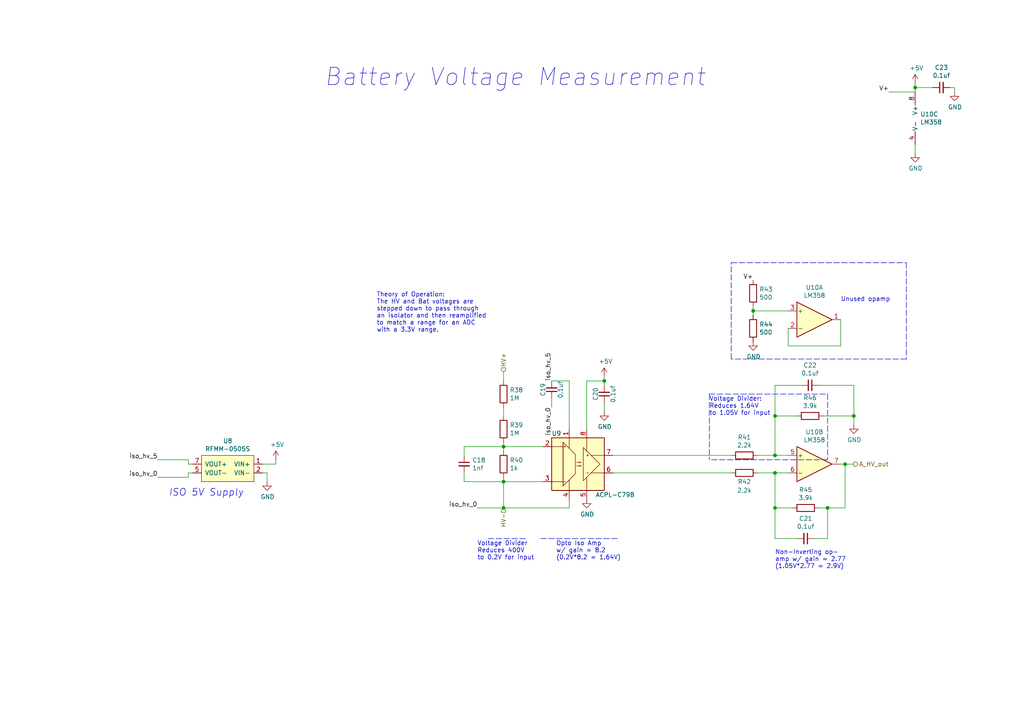
<source format=kicad_sch>
(kicad_sch (version 20211123) (generator eeschema)

  (uuid 3aec5e23-e675-4bcf-9a9e-48cb59d51927)

  (paper "A4")

  (lib_symbols
    (symbol "Amplifier_Operational:LM358" (pin_names (offset 0.127)) (in_bom yes) (on_board yes)
      (property "Reference" "U" (id 0) (at 0 5.08 0)
        (effects (font (size 1.27 1.27)) (justify left))
      )
      (property "Value" "LM358" (id 1) (at 0 -5.08 0)
        (effects (font (size 1.27 1.27)) (justify left))
      )
      (property "Footprint" "" (id 2) (at 0 0 0)
        (effects (font (size 1.27 1.27)) hide)
      )
      (property "Datasheet" "http://www.ti.com/lit/ds/symlink/lm2904-n.pdf" (id 3) (at 0 0 0)
        (effects (font (size 1.27 1.27)) hide)
      )
      (property "ki_locked" "" (id 4) (at 0 0 0)
        (effects (font (size 1.27 1.27)))
      )
      (property "ki_keywords" "dual opamp" (id 5) (at 0 0 0)
        (effects (font (size 1.27 1.27)) hide)
      )
      (property "ki_description" "Low-Power, Dual Operational Amplifiers, DIP-8/SOIC-8/TO-99-8" (id 6) (at 0 0 0)
        (effects (font (size 1.27 1.27)) hide)
      )
      (property "ki_fp_filters" "SOIC*3.9x4.9mm*P1.27mm* DIP*W7.62mm* TO*99* OnSemi*Micro8* TSSOP*3x3mm*P0.65mm* TSSOP*4.4x3mm*P0.65mm* MSOP*3x3mm*P0.65mm* SSOP*3.9x4.9mm*P0.635mm* LFCSP*2x2mm*P0.5mm* *SIP* SOIC*5.3x6.2mm*P1.27mm*" (id 7) (at 0 0 0)
        (effects (font (size 1.27 1.27)) hide)
      )
      (symbol "LM358_1_1"
        (polyline
          (pts
            (xy -5.08 5.08)
            (xy 5.08 0)
            (xy -5.08 -5.08)
            (xy -5.08 5.08)
          )
          (stroke (width 0.254) (type default) (color 0 0 0 0))
          (fill (type background))
        )
        (pin output line (at 7.62 0 180) (length 2.54)
          (name "~" (effects (font (size 1.27 1.27))))
          (number "1" (effects (font (size 1.27 1.27))))
        )
        (pin input line (at -7.62 -2.54 0) (length 2.54)
          (name "-" (effects (font (size 1.27 1.27))))
          (number "2" (effects (font (size 1.27 1.27))))
        )
        (pin input line (at -7.62 2.54 0) (length 2.54)
          (name "+" (effects (font (size 1.27 1.27))))
          (number "3" (effects (font (size 1.27 1.27))))
        )
      )
      (symbol "LM358_2_1"
        (polyline
          (pts
            (xy -5.08 5.08)
            (xy 5.08 0)
            (xy -5.08 -5.08)
            (xy -5.08 5.08)
          )
          (stroke (width 0.254) (type default) (color 0 0 0 0))
          (fill (type background))
        )
        (pin input line (at -7.62 2.54 0) (length 2.54)
          (name "+" (effects (font (size 1.27 1.27))))
          (number "5" (effects (font (size 1.27 1.27))))
        )
        (pin input line (at -7.62 -2.54 0) (length 2.54)
          (name "-" (effects (font (size 1.27 1.27))))
          (number "6" (effects (font (size 1.27 1.27))))
        )
        (pin output line (at 7.62 0 180) (length 2.54)
          (name "~" (effects (font (size 1.27 1.27))))
          (number "7" (effects (font (size 1.27 1.27))))
        )
      )
      (symbol "LM358_3_1"
        (pin power_in line (at -2.54 -7.62 90) (length 3.81)
          (name "V-" (effects (font (size 1.27 1.27))))
          (number "4" (effects (font (size 1.27 1.27))))
        )
        (pin power_in line (at -2.54 7.62 270) (length 3.81)
          (name "V+" (effects (font (size 1.27 1.27))))
          (number "8" (effects (font (size 1.27 1.27))))
        )
      )
    )
    (symbol "Device:C_Small" (pin_numbers hide) (pin_names (offset 0.254) hide) (in_bom yes) (on_board yes)
      (property "Reference" "C" (id 0) (at 0.254 1.778 0)
        (effects (font (size 1.27 1.27)) (justify left))
      )
      (property "Value" "C_Small" (id 1) (at 0.254 -2.032 0)
        (effects (font (size 1.27 1.27)) (justify left))
      )
      (property "Footprint" "" (id 2) (at 0 0 0)
        (effects (font (size 1.27 1.27)) hide)
      )
      (property "Datasheet" "~" (id 3) (at 0 0 0)
        (effects (font (size 1.27 1.27)) hide)
      )
      (property "ki_keywords" "capacitor cap" (id 4) (at 0 0 0)
        (effects (font (size 1.27 1.27)) hide)
      )
      (property "ki_description" "Unpolarized capacitor, small symbol" (id 5) (at 0 0 0)
        (effects (font (size 1.27 1.27)) hide)
      )
      (property "ki_fp_filters" "C_*" (id 6) (at 0 0 0)
        (effects (font (size 1.27 1.27)) hide)
      )
      (symbol "C_Small_0_1"
        (polyline
          (pts
            (xy -1.524 -0.508)
            (xy 1.524 -0.508)
          )
          (stroke (width 0.3302) (type default) (color 0 0 0 0))
          (fill (type none))
        )
        (polyline
          (pts
            (xy -1.524 0.508)
            (xy 1.524 0.508)
          )
          (stroke (width 0.3048) (type default) (color 0 0 0 0))
          (fill (type none))
        )
      )
      (symbol "C_Small_1_1"
        (pin passive line (at 0 2.54 270) (length 2.032)
          (name "~" (effects (font (size 1.27 1.27))))
          (number "1" (effects (font (size 1.27 1.27))))
        )
        (pin passive line (at 0 -2.54 90) (length 2.032)
          (name "~" (effects (font (size 1.27 1.27))))
          (number "2" (effects (font (size 1.27 1.27))))
        )
      )
    )
    (symbol "Device:R" (pin_numbers hide) (pin_names (offset 0)) (in_bom yes) (on_board yes)
      (property "Reference" "R" (id 0) (at 2.032 0 90)
        (effects (font (size 1.27 1.27)))
      )
      (property "Value" "R" (id 1) (at 0 0 90)
        (effects (font (size 1.27 1.27)))
      )
      (property "Footprint" "" (id 2) (at -1.778 0 90)
        (effects (font (size 1.27 1.27)) hide)
      )
      (property "Datasheet" "~" (id 3) (at 0 0 0)
        (effects (font (size 1.27 1.27)) hide)
      )
      (property "ki_keywords" "R res resistor" (id 4) (at 0 0 0)
        (effects (font (size 1.27 1.27)) hide)
      )
      (property "ki_description" "Resistor" (id 5) (at 0 0 0)
        (effects (font (size 1.27 1.27)) hide)
      )
      (property "ki_fp_filters" "R_*" (id 6) (at 0 0 0)
        (effects (font (size 1.27 1.27)) hide)
      )
      (symbol "R_0_1"
        (rectangle (start -1.016 -2.54) (end 1.016 2.54)
          (stroke (width 0.254) (type default) (color 0 0 0 0))
          (fill (type none))
        )
      )
      (symbol "R_1_1"
        (pin passive line (at 0 3.81 270) (length 1.27)
          (name "~" (effects (font (size 1.27 1.27))))
          (number "1" (effects (font (size 1.27 1.27))))
        )
        (pin passive line (at 0 -3.81 90) (length 1.27)
          (name "~" (effects (font (size 1.27 1.27))))
          (number "2" (effects (font (size 1.27 1.27))))
        )
      )
    )
    (symbol "Isolator_Analog:ACPL-C79B" (pin_names (offset 0) hide) (in_bom yes) (on_board yes)
      (property "Reference" "U" (id 0) (at -5.08 10.795 0)
        (effects (font (size 1.27 1.27)) (justify right))
      )
      (property "Value" "ACPL-C79B" (id 1) (at -5.08 8.89 0)
        (effects (font (size 1.27 1.27)) (justify right))
      )
      (property "Footprint" "Package_SO:SSO-8_6.8x5.9mm_P1.27mm_Clearance8mm" (id 2) (at 3.81 -8.89 0)
        (effects (font (size 1.27 1.27) italic) (justify left) hide)
      )
      (property "Datasheet" "http://docs.avagotech.com/docs/AV02-2460EN" (id 3) (at 1.143 0.127 0)
        (effects (font (size 1.27 1.27)) (justify left) hide)
      )
      (property "ki_keywords" "Isolation Amplifer" (id 4) (at 0 0 0)
        (effects (font (size 1.27 1.27)) hide)
      )
      (property "ki_description" "Precision Isolation Amplifer, ±0.5% Gain Tolerance, Bandwidth 200kHz, SSO-8" (id 5) (at 0 0 0)
        (effects (font (size 1.27 1.27)) hide)
      )
      (property "ki_fp_filters" "SSO*6.8x5.9mm*P1.27mm*Clearance8mm*" (id 6) (at 0 0 0)
        (effects (font (size 1.27 1.27)) hide)
      )
      (symbol "ACPL-C79B_0_1"
        (rectangle (start -7.62 7.62) (end 7.62 -7.62)
          (stroke (width 0.254) (type default) (color 0 0 0 0))
          (fill (type background))
        )
        (polyline
          (pts
            (xy -7.62 -5.08)
            (xy -4.318 -5.08)
          )
          (stroke (width 0) (type default) (color 0 0 0 0))
          (fill (type none))
        )
        (polyline
          (pts
            (xy -7.62 5.08)
            (xy -4.318 5.08)
          )
          (stroke (width 0) (type default) (color 0 0 0 0))
          (fill (type none))
        )
        (polyline
          (pts
            (xy -4.318 6.35)
            (xy -4.318 -6.35)
          )
          (stroke (width 0) (type default) (color 0 0 0 0))
          (fill (type none))
        )
        (polyline
          (pts
            (xy -4.064 -5.08)
            (xy -3.556 -5.08)
          )
          (stroke (width 0) (type default) (color 0 0 0 0))
          (fill (type none))
        )
        (polyline
          (pts
            (xy -4.064 5.08)
            (xy -3.556 5.08)
          )
          (stroke (width 0) (type default) (color 0 0 0 0))
          (fill (type none))
        )
        (polyline
          (pts
            (xy -3.81 5.334)
            (xy -3.81 4.826)
          )
          (stroke (width 0) (type default) (color 0 0 0 0))
          (fill (type none))
        )
        (polyline
          (pts
            (xy -2.54 -7.62)
            (xy -2.54 -4.572)
          )
          (stroke (width 0) (type default) (color 0 0 0 0))
          (fill (type none))
        )
        (polyline
          (pts
            (xy -2.54 7.62)
            (xy -2.54 4.572)
          )
          (stroke (width 0) (type default) (color 0 0 0 0))
          (fill (type none))
        )
        (polyline
          (pts
            (xy 2.54 -7.62)
            (xy 2.54 -3.81)
          )
          (stroke (width 0) (type default) (color 0 0 0 0))
          (fill (type none))
        )
        (polyline
          (pts
            (xy 2.54 7.62)
            (xy 2.54 3.81)
          )
          (stroke (width 0) (type default) (color 0 0 0 0))
          (fill (type none))
        )
        (polyline
          (pts
            (xy 2.794 2.794)
            (xy 2.794 2.286)
          )
          (stroke (width 0) (type default) (color 0 0 0 0))
          (fill (type none))
        )
        (polyline
          (pts
            (xy 3.048 -2.54)
            (xy 2.54 -2.54)
          )
          (stroke (width 0) (type default) (color 0 0 0 0))
          (fill (type none))
        )
        (polyline
          (pts
            (xy 3.048 2.54)
            (xy 2.54 2.54)
          )
          (stroke (width 0) (type default) (color 0 0 0 0))
          (fill (type none))
        )
        (polyline
          (pts
            (xy 7.62 -2.54)
            (xy 3.81 -2.54)
          )
          (stroke (width 0) (type default) (color 0 0 0 0))
          (fill (type none))
        )
        (polyline
          (pts
            (xy 7.62 2.54)
            (xy 3.81 2.54)
          )
          (stroke (width 0) (type default) (color 0 0 0 0))
          (fill (type none))
        )
        (polyline
          (pts
            (xy 6.35 0)
            (xy 1.524 -4.826)
            (xy 1.524 4.826)
            (xy 6.35 0)
          )
          (stroke (width 0) (type default) (color 0 0 0 0))
          (fill (type none))
        )
        (polyline
          (pts
            (xy -4.318 -6.35)
            (xy -0.762 -2.794)
            (xy -0.762 2.794)
            (xy -4.318 6.35)
            (xy -4.318 -6.35)
          )
          (stroke (width 0) (type default) (color 0 0 0 0))
          (fill (type none))
        )
        (polyline
          (pts
            (xy -0.381 -0.508)
            (xy 0.889 -0.508)
            (xy 0.508 -0.635)
            (xy 0.508 -0.381)
            (xy 0.889 -0.508)
          )
          (stroke (width 0) (type default) (color 0 0 0 0))
          (fill (type none))
        )
        (polyline
          (pts
            (xy -0.381 0.508)
            (xy 0.889 0.508)
            (xy 0.508 0.381)
            (xy 0.508 0.635)
            (xy 0.889 0.508)
          )
          (stroke (width 0) (type default) (color 0 0 0 0))
          (fill (type none))
        )
      )
      (symbol "ACPL-C79B_1_1"
        (pin power_in line (at -2.54 10.16 270) (length 2.54)
          (name "VDD1" (effects (font (size 1.27 1.27))))
          (number "1" (effects (font (size 1.27 1.27))))
        )
        (pin input line (at -10.16 5.08 0) (length 2.54)
          (name "IN+" (effects (font (size 1.27 1.27))))
          (number "2" (effects (font (size 1.27 1.27))))
        )
        (pin input line (at -10.16 -5.08 0) (length 2.54)
          (name "IN-" (effects (font (size 1.27 1.27))))
          (number "3" (effects (font (size 1.27 1.27))))
        )
        (pin power_in line (at -2.54 -10.16 90) (length 2.54)
          (name "GND1" (effects (font (size 1.27 1.27))))
          (number "4" (effects (font (size 1.27 1.27))))
        )
        (pin power_in line (at 2.54 -10.16 90) (length 2.54)
          (name "GND2" (effects (font (size 1.27 1.27))))
          (number "5" (effects (font (size 1.27 1.27))))
        )
        (pin output line (at 10.16 -2.54 180) (length 2.54)
          (name "OUT-" (effects (font (size 1.27 1.27))))
          (number "6" (effects (font (size 1.27 1.27))))
        )
        (pin output line (at 10.16 2.54 180) (length 2.54)
          (name "OUT+" (effects (font (size 1.27 1.27))))
          (number "7" (effects (font (size 1.27 1.27))))
        )
        (pin power_in line (at 2.54 10.16 270) (length 2.54)
          (name "VDD2" (effects (font (size 1.27 1.27))))
          (number "8" (effects (font (size 1.27 1.27))))
        )
      )
    )
    (symbol "LHRE_Component_Library:RFMM-0505S" (pin_names (offset 1.016)) (in_bom yes) (on_board yes)
      (property "Reference" "U" (id 0) (at 0 5.08 0)
        (effects (font (size 1.27 1.27)))
      )
      (property "Value" "LHRE_Component_Library_RFMM-0505S" (id 1) (at 0 2.54 0)
        (effects (font (size 1.27 1.27)))
      )
      (property "Footprint" "" (id 2) (at -1.27 0 0)
        (effects (font (size 1.27 1.27)) hide)
      )
      (property "Datasheet" "" (id 3) (at -1.27 0 0)
        (effects (font (size 1.27 1.27)) hide)
      )
      (property "Manufacturer" "RECOM" (id 4) (at 0 0 0)
        (effects (font (size 1.27 1.27)) hide)
      )
      (property "Part Number" "RFMM-0505S" (id 5) (at 0 0 0)
        (effects (font (size 1.27 1.27)) hide)
      )
      (property "Description" "Isolated DC/DC Converters 1W 5Vin 5Vout 200mA SIP7" (id 6) (at 0 0 0)
        (effects (font (size 1.27 1.27)) hide)
      )
      (property "Package" "SIP7" (id 7) (at 0 0 0)
        (effects (font (size 1.27 1.27)) hide)
      )
      (symbol "RFMM-0505S_0_1"
        (rectangle (start -7.62 1.27) (end 7.62 -6.35)
          (stroke (width 0) (type default) (color 0 0 0 0))
          (fill (type background))
        )
      )
      (symbol "RFMM-0505S_1_1"
        (pin passive line (at -10.16 -1.27 0) (length 2.54)
          (name "VIN+" (effects (font (size 1.27 1.27))))
          (number "1" (effects (font (size 1.27 1.27))))
        )
        (pin passive line (at -10.16 -3.81 0) (length 2.54)
          (name "VIN-" (effects (font (size 1.27 1.27))))
          (number "2" (effects (font (size 1.27 1.27))))
        )
        (pin passive line (at 10.16 -3.81 180) (length 2.54)
          (name "VOUT-" (effects (font (size 1.27 1.27))))
          (number "5" (effects (font (size 1.27 1.27))))
        )
        (pin passive line (at 10.16 -1.27 180) (length 2.54)
          (name "VOUT+" (effects (font (size 1.27 1.27))))
          (number "7" (effects (font (size 1.27 1.27))))
        )
      )
    )
    (symbol "power:+5V" (power) (pin_names (offset 0)) (in_bom yes) (on_board yes)
      (property "Reference" "#PWR" (id 0) (at 0 -3.81 0)
        (effects (font (size 1.27 1.27)) hide)
      )
      (property "Value" "+5V" (id 1) (at 0 3.556 0)
        (effects (font (size 1.27 1.27)))
      )
      (property "Footprint" "" (id 2) (at 0 0 0)
        (effects (font (size 1.27 1.27)) hide)
      )
      (property "Datasheet" "" (id 3) (at 0 0 0)
        (effects (font (size 1.27 1.27)) hide)
      )
      (property "ki_keywords" "power-flag" (id 4) (at 0 0 0)
        (effects (font (size 1.27 1.27)) hide)
      )
      (property "ki_description" "Power symbol creates a global label with name \"+5V\"" (id 5) (at 0 0 0)
        (effects (font (size 1.27 1.27)) hide)
      )
      (symbol "+5V_0_1"
        (polyline
          (pts
            (xy -0.762 1.27)
            (xy 0 2.54)
          )
          (stroke (width 0) (type default) (color 0 0 0 0))
          (fill (type none))
        )
        (polyline
          (pts
            (xy 0 0)
            (xy 0 2.54)
          )
          (stroke (width 0) (type default) (color 0 0 0 0))
          (fill (type none))
        )
        (polyline
          (pts
            (xy 0 2.54)
            (xy 0.762 1.27)
          )
          (stroke (width 0) (type default) (color 0 0 0 0))
          (fill (type none))
        )
      )
      (symbol "+5V_1_1"
        (pin power_in line (at 0 0 90) (length 0) hide
          (name "+5V" (effects (font (size 1.27 1.27))))
          (number "1" (effects (font (size 1.27 1.27))))
        )
      )
    )
    (symbol "power:GND" (power) (pin_names (offset 0)) (in_bom yes) (on_board yes)
      (property "Reference" "#PWR" (id 0) (at 0 -6.35 0)
        (effects (font (size 1.27 1.27)) hide)
      )
      (property "Value" "GND" (id 1) (at 0 -3.81 0)
        (effects (font (size 1.27 1.27)))
      )
      (property "Footprint" "" (id 2) (at 0 0 0)
        (effects (font (size 1.27 1.27)) hide)
      )
      (property "Datasheet" "" (id 3) (at 0 0 0)
        (effects (font (size 1.27 1.27)) hide)
      )
      (property "ki_keywords" "power-flag" (id 4) (at 0 0 0)
        (effects (font (size 1.27 1.27)) hide)
      )
      (property "ki_description" "Power symbol creates a global label with name \"GND\" , ground" (id 5) (at 0 0 0)
        (effects (font (size 1.27 1.27)) hide)
      )
      (symbol "GND_0_1"
        (polyline
          (pts
            (xy 0 0)
            (xy 0 -1.27)
            (xy 1.27 -1.27)
            (xy 0 -2.54)
            (xy -1.27 -1.27)
            (xy 0 -1.27)
          )
          (stroke (width 0) (type default) (color 0 0 0 0))
          (fill (type none))
        )
      )
      (symbol "GND_1_1"
        (pin power_in line (at 0 0 270) (length 0) hide
          (name "GND" (effects (font (size 1.27 1.27))))
          (number "1" (effects (font (size 1.27 1.27))))
        )
      )
    )
  )

  (junction (at 146.05 129.54) (diameter 0) (color 0 0 0 0)
    (uuid 01c54577-6862-4ca7-bb55-524c2e995aee)
  )
  (junction (at 146.05 139.7) (diameter 0) (color 0 0 0 0)
    (uuid 77cfe682-cc36-4979-823b-05ea5f187ba7)
  )
  (junction (at 146.05 147.32) (diameter 0) (color 0 0 0 0)
    (uuid 874dbaf8-adf6-4f01-81a0-e037bac53346)
  )
  (junction (at 224.79 132.08) (diameter 0) (color 0 0 0 0)
    (uuid 9efb25aa-d11e-4d2f-96a9-326a2f75dcc1)
  )
  (junction (at 224.79 120.65) (diameter 0) (color 0 0 0 0)
    (uuid a1b97586-5ccb-4d4b-808f-ce5452376c86)
  )
  (junction (at 247.65 120.65) (diameter 0) (color 0 0 0 0)
    (uuid a6187c22-3622-4a1a-a49a-b21e96986f96)
  )
  (junction (at 218.44 90.17) (diameter 0) (color 0 0 0 0)
    (uuid b70f4be0-be81-40f1-b237-a16be3740211)
  )
  (junction (at 224.79 147.32) (diameter 0) (color 0 0 0 0)
    (uuid dea30d29-44e9-47fc-bccc-6928d5c29cea)
  )
  (junction (at 224.79 137.16) (diameter 0) (color 0 0 0 0)
    (uuid e234e19f-cd33-4584-947b-bf9feaf6cddd)
  )
  (junction (at 240.03 147.32) (diameter 0) (color 0 0 0 0)
    (uuid e6b8e749-dce0-4716-821f-058d77eed5ce)
  )
  (junction (at 245.11 134.62) (diameter 0) (color 0 0 0 0)
    (uuid eca8c1f1-6751-4304-8a65-b05952048507)
  )
  (junction (at 265.43 25.4) (diameter 0) (color 0 0 0 0)
    (uuid f8fd3b2c-9550-4b51-be47-a8d9567c972f)
  )
  (junction (at 175.26 110.49) (diameter 0) (color 0 0 0 0)
    (uuid fe578162-0e40-4028-9277-b80f8071e7b8)
  )

  (wire (pts (xy 224.79 156.21) (xy 231.14 156.21))
    (stroke (width 0) (type default) (color 0 0 0 0))
    (uuid 08bb8c58-1868-4a96-8aaa-36d9e141ec38)
  )
  (polyline (pts (xy 205.74 114.3) (xy 205.74 133.35))
    (stroke (width 0) (type default) (color 0 0 0 0))
    (uuid 08fa8ff6-09a7-484c-b1d9-0e3b7c49bb26)
  )

  (wire (pts (xy 243.84 100.33) (xy 228.6 100.33))
    (stroke (width 0) (type default) (color 0 0 0 0))
    (uuid 10e5ae6d-e43e-4ff8-abc5-fd9df16782da)
  )
  (wire (pts (xy 80.01 133.35) (xy 80.01 134.62))
    (stroke (width 0) (type default) (color 0 0 0 0))
    (uuid 2a756062-4e0c-4114-bc6d-4d6635f2d703)
  )
  (wire (pts (xy 146.05 138.43) (xy 146.05 139.7))
    (stroke (width 0) (type default) (color 0 0 0 0))
    (uuid 2af1d271-3c6a-476d-8eba-6b2aab466da3)
  )
  (wire (pts (xy 265.43 25.4) (xy 265.43 26.67))
    (stroke (width 0) (type default) (color 0 0 0 0))
    (uuid 2fe436e0-75bf-42a2-b14a-09df5c2be702)
  )
  (polyline (pts (xy 240.03 114.3) (xy 240.03 133.35))
    (stroke (width 0) (type default) (color 0 0 0 0))
    (uuid 321eb03e-d5d7-4c98-9326-4c49d56670ae)
  )

  (wire (pts (xy 245.11 134.62) (xy 243.84 134.62))
    (stroke (width 0) (type default) (color 0 0 0 0))
    (uuid 35506831-8c22-45ab-9b57-69eb0f9ef003)
  )
  (wire (pts (xy 245.11 134.62) (xy 245.11 147.32))
    (stroke (width 0) (type default) (color 0 0 0 0))
    (uuid 373b5b59-9fbb-41a2-845d-56a1ed5a82dd)
  )
  (polyline (pts (xy 152.4 156.21) (xy 140.97 156.21))
    (stroke (width 0) (type default) (color 0 0 0 0))
    (uuid 39125f99-6caa-4e69-9ae5-ca3bd6e3a49c)
  )

  (wire (pts (xy 160.02 115.57) (xy 160.02 118.11))
    (stroke (width 0) (type default) (color 0 0 0 0))
    (uuid 414a1d4c-7afc-4ffa-8579-88675cedc4ce)
  )
  (wire (pts (xy 224.79 111.76) (xy 232.41 111.76))
    (stroke (width 0) (type default) (color 0 0 0 0))
    (uuid 47a2dd37-ad02-4281-9a66-8ff7ab400570)
  )
  (wire (pts (xy 54.61 137.16) (xy 55.88 137.16))
    (stroke (width 0) (type default) (color 0 0 0 0))
    (uuid 4be2d863-39fc-49fd-99c7-77790b42f677)
  )
  (wire (pts (xy 245.11 147.32) (xy 240.03 147.32))
    (stroke (width 0) (type default) (color 0 0 0 0))
    (uuid 4de018aa-33f9-4679-9406-fafd70ff0142)
  )
  (wire (pts (xy 247.65 111.76) (xy 247.65 120.65))
    (stroke (width 0) (type default) (color 0 0 0 0))
    (uuid 504cb9e4-5572-4208-bc9d-30a7efff8b9a)
  )
  (wire (pts (xy 138.43 147.32) (xy 146.05 147.32))
    (stroke (width 0) (type default) (color 0 0 0 0))
    (uuid 544c9ad7-a0b6-4f88-9dcd-908e3e2acf79)
  )
  (wire (pts (xy 228.6 100.33) (xy 228.6 95.25))
    (stroke (width 0) (type default) (color 0 0 0 0))
    (uuid 557d128f-cf69-4c70-9959-d139ac95c63c)
  )
  (wire (pts (xy 134.62 139.7) (xy 146.05 139.7))
    (stroke (width 0) (type default) (color 0 0 0 0))
    (uuid 56dc9d1a-d125-4218-be7e-afbadad9f13c)
  )
  (wire (pts (xy 224.79 120.65) (xy 231.14 120.65))
    (stroke (width 0) (type default) (color 0 0 0 0))
    (uuid 5a67196f-9472-4a8d-961f-eac8ec999d85)
  )
  (wire (pts (xy 175.26 110.49) (xy 175.26 111.76))
    (stroke (width 0) (type default) (color 0 0 0 0))
    (uuid 5d7cb436-106e-4464-b448-3b8bd128554c)
  )
  (wire (pts (xy 160.02 110.49) (xy 165.1 110.49))
    (stroke (width 0) (type default) (color 0 0 0 0))
    (uuid 5daf2c3c-7702-4a59-b99d-84464c054bc4)
  )
  (wire (pts (xy 55.88 134.62) (xy 54.61 134.62))
    (stroke (width 0) (type default) (color 0 0 0 0))
    (uuid 6024ea82-89e7-47fa-a1cd-0f37ee126f02)
  )
  (wire (pts (xy 175.26 119.38) (xy 175.26 116.84))
    (stroke (width 0) (type default) (color 0 0 0 0))
    (uuid 62ab9051-fded-466c-9df1-9b40d76dc590)
  )
  (wire (pts (xy 224.79 111.76) (xy 224.79 120.65))
    (stroke (width 0) (type default) (color 0 0 0 0))
    (uuid 63ace593-9960-4666-bb08-47e6f085cee8)
  )
  (polyline (pts (xy 179.07 156.21) (xy 156.21 156.21))
    (stroke (width 0) (type default) (color 0 0 0 0))
    (uuid 65e58d89-f213-4051-b36b-7b3454867ad5)
  )

  (wire (pts (xy 270.51 25.4) (xy 265.43 25.4))
    (stroke (width 0) (type default) (color 0 0 0 0))
    (uuid 69675058-6b96-42da-8df5-92aaf6930be8)
  )
  (wire (pts (xy 218.44 90.17) (xy 228.6 90.17))
    (stroke (width 0) (type default) (color 0 0 0 0))
    (uuid 6dc32d24-5ef0-4c0e-ad26-4d147b147b28)
  )
  (wire (pts (xy 45.72 133.35) (xy 54.61 133.35))
    (stroke (width 0) (type default) (color 0 0 0 0))
    (uuid 6e24aa9b-c7e6-40f2-905b-b9c541e0e2f6)
  )
  (polyline (pts (xy 205.74 114.3) (xy 240.03 114.3))
    (stroke (width 0) (type default) (color 0 0 0 0))
    (uuid 6f13bfbf-7f19-4b33-9de2-b8c15c8c88ee)
  )

  (wire (pts (xy 275.59 25.4) (xy 276.86 25.4))
    (stroke (width 0) (type default) (color 0 0 0 0))
    (uuid 7195a7f5-2a0f-4cae-8649-2cc5cbdffe2b)
  )
  (wire (pts (xy 219.71 137.16) (xy 224.79 137.16))
    (stroke (width 0) (type default) (color 0 0 0 0))
    (uuid 72e9c34a-4fbc-4581-8ad2-e93bc3c3ccb0)
  )
  (polyline (pts (xy 262.89 104.14) (xy 212.09 104.14))
    (stroke (width 0) (type default) (color 0 0 0 0))
    (uuid 740c9c9e-c377-4082-a7c2-2dfeb8296429)
  )

  (wire (pts (xy 76.2 134.62) (xy 80.01 134.62))
    (stroke (width 0) (type default) (color 0 0 0 0))
    (uuid 758f4e53-9507-488a-960b-2e8e487b7ac8)
  )
  (wire (pts (xy 236.22 156.21) (xy 240.03 156.21))
    (stroke (width 0) (type default) (color 0 0 0 0))
    (uuid 767e3782-90bf-4d7f-b1ef-719aa7013187)
  )
  (wire (pts (xy 224.79 147.32) (xy 229.87 147.32))
    (stroke (width 0) (type default) (color 0 0 0 0))
    (uuid 7a3fed5a-9b6f-45f0-9ad7-54e1bda0ea60)
  )
  (wire (pts (xy 77.47 137.16) (xy 77.47 139.7))
    (stroke (width 0) (type default) (color 0 0 0 0))
    (uuid 7c3fa13a-5250-4394-8d82-80430597df04)
  )
  (wire (pts (xy 224.79 137.16) (xy 228.6 137.16))
    (stroke (width 0) (type default) (color 0 0 0 0))
    (uuid 80b5b54b-a1cc-434c-8739-1e133d53601d)
  )
  (wire (pts (xy 45.72 138.43) (xy 54.61 138.43))
    (stroke (width 0) (type default) (color 0 0 0 0))
    (uuid 88f2670e-1113-4ed9-b644-cfdac6e8b249)
  )
  (wire (pts (xy 146.05 139.7) (xy 146.05 147.32))
    (stroke (width 0) (type default) (color 0 0 0 0))
    (uuid 88fb8817-4ee2-4465-a9af-37fedc8b835b)
  )
  (wire (pts (xy 218.44 88.9) (xy 218.44 90.17))
    (stroke (width 0) (type default) (color 0 0 0 0))
    (uuid 899a4caf-0563-4c2a-9bca-5aa28747ef75)
  )
  (wire (pts (xy 146.05 120.65) (xy 146.05 118.11))
    (stroke (width 0) (type default) (color 0 0 0 0))
    (uuid 8b9c1722-a1fd-4391-b4b4-854b2cc1549f)
  )
  (wire (pts (xy 175.26 110.49) (xy 170.18 110.49))
    (stroke (width 0) (type default) (color 0 0 0 0))
    (uuid 8d054a8d-7435-41ed-8832-6067aada259a)
  )
  (wire (pts (xy 134.62 132.08) (xy 134.62 129.54))
    (stroke (width 0) (type default) (color 0 0 0 0))
    (uuid 8e981540-9cda-414d-abbb-d34e005f000e)
  )
  (polyline (pts (xy 212.09 104.14) (xy 212.09 76.2))
    (stroke (width 0) (type default) (color 0 0 0 0))
    (uuid 90b3e3a5-04e0-491b-97bf-2e8a21e1833b)
  )

  (wire (pts (xy 238.76 120.65) (xy 247.65 120.65))
    (stroke (width 0) (type default) (color 0 0 0 0))
    (uuid 91637a62-ec43-463a-9edc-420af478d9cb)
  )
  (wire (pts (xy 276.86 25.4) (xy 276.86 26.67))
    (stroke (width 0) (type default) (color 0 0 0 0))
    (uuid 920101e0-4dde-4453-ba02-4211cb357ea2)
  )
  (wire (pts (xy 146.05 110.49) (xy 146.05 107.95))
    (stroke (width 0) (type default) (color 0 0 0 0))
    (uuid 9812a82a-67c8-4c7e-8eb9-2d5188d40486)
  )
  (polyline (pts (xy 240.03 133.35) (xy 205.74 133.35))
    (stroke (width 0) (type default) (color 0 0 0 0))
    (uuid 9959c68a-7d2a-4f14-b245-3548992673f3)
  )

  (wire (pts (xy 224.79 137.16) (xy 224.79 147.32))
    (stroke (width 0) (type default) (color 0 0 0 0))
    (uuid a1223b95-aa11-427a-b201-9190a86a68be)
  )
  (wire (pts (xy 265.43 41.91) (xy 265.43 44.45))
    (stroke (width 0) (type default) (color 0 0 0 0))
    (uuid a12c94a5-1fd0-4cb6-9bfe-f7529f451405)
  )
  (wire (pts (xy 265.43 25.4) (xy 265.43 24.13))
    (stroke (width 0) (type default) (color 0 0 0 0))
    (uuid a2306fdc-d8f4-42ce-83f7-03c3d3fe62be)
  )
  (wire (pts (xy 146.05 130.81) (xy 146.05 129.54))
    (stroke (width 0) (type default) (color 0 0 0 0))
    (uuid a5dfaf18-d33f-45c4-b76f-2a5051ec9118)
  )
  (wire (pts (xy 134.62 129.54) (xy 146.05 129.54))
    (stroke (width 0) (type default) (color 0 0 0 0))
    (uuid af66589f-0dae-4737-851f-f8cddd35005b)
  )
  (polyline (pts (xy 262.89 76.2) (xy 262.89 104.14))
    (stroke (width 0) (type default) (color 0 0 0 0))
    (uuid afc58bc7-e8b3-4ec7-b7ec-e155055196a5)
  )

  (wire (pts (xy 165.1 147.32) (xy 165.1 144.78))
    (stroke (width 0) (type default) (color 0 0 0 0))
    (uuid b2691466-e53b-4f43-806f-abeb762713f6)
  )
  (wire (pts (xy 218.44 90.17) (xy 218.44 91.44))
    (stroke (width 0) (type default) (color 0 0 0 0))
    (uuid b285d77c-3eef-4763-b6e4-d7759b529dfd)
  )
  (wire (pts (xy 146.05 139.7) (xy 157.48 139.7))
    (stroke (width 0) (type default) (color 0 0 0 0))
    (uuid b42a4498-7f71-4787-a0f1-b44423616ac9)
  )
  (wire (pts (xy 177.8 132.08) (xy 212.09 132.08))
    (stroke (width 0) (type default) (color 0 0 0 0))
    (uuid b4856fa9-d711-4b3f-8ccf-343375c62dce)
  )
  (wire (pts (xy 177.8 137.16) (xy 212.09 137.16))
    (stroke (width 0) (type default) (color 0 0 0 0))
    (uuid b8381d48-3c5b-401b-ac19-279d8173864c)
  )
  (wire (pts (xy 54.61 134.62) (xy 54.61 133.35))
    (stroke (width 0) (type default) (color 0 0 0 0))
    (uuid bca69a58-3f8f-4ac5-9ef0-70bfa6c247ee)
  )
  (wire (pts (xy 237.49 111.76) (xy 247.65 111.76))
    (stroke (width 0) (type default) (color 0 0 0 0))
    (uuid c1b603f4-7037-47e9-a9dc-a0bb6f7e58b1)
  )
  (wire (pts (xy 240.03 147.32) (xy 237.49 147.32))
    (stroke (width 0) (type default) (color 0 0 0 0))
    (uuid c34f5129-9516-486b-b322-ada2d7baa6ba)
  )
  (polyline (pts (xy 212.09 76.2) (xy 262.89 76.2))
    (stroke (width 0) (type default) (color 0 0 0 0))
    (uuid c9ab240f-b898-4113-9b58-995237cd751a)
  )

  (wire (pts (xy 170.18 110.49) (xy 170.18 124.46))
    (stroke (width 0) (type default) (color 0 0 0 0))
    (uuid ca9607c0-16b8-4085-880e-b87c3f210fd1)
  )
  (wire (pts (xy 224.79 132.08) (xy 228.6 132.08))
    (stroke (width 0) (type default) (color 0 0 0 0))
    (uuid d09d8e7f-f203-4b36-92ba-f9f29b6e7d13)
  )
  (wire (pts (xy 224.79 120.65) (xy 224.79 132.08))
    (stroke (width 0) (type default) (color 0 0 0 0))
    (uuid d5eb7c6e-b098-49b0-b366-c8b7c67afed0)
  )
  (wire (pts (xy 247.65 123.19) (xy 247.65 120.65))
    (stroke (width 0) (type default) (color 0 0 0 0))
    (uuid e1df8cea-32a4-457d-86df-d8e326022a52)
  )
  (wire (pts (xy 224.79 147.32) (xy 224.79 156.21))
    (stroke (width 0) (type default) (color 0 0 0 0))
    (uuid e250304b-2864-4f44-b1e8-173cc34a2ac6)
  )
  (wire (pts (xy 165.1 110.49) (xy 165.1 124.46))
    (stroke (width 0) (type default) (color 0 0 0 0))
    (uuid e47d9cf3-579e-4750-bc6d-bf58b55862bb)
  )
  (wire (pts (xy 134.62 137.16) (xy 134.62 139.7))
    (stroke (width 0) (type default) (color 0 0 0 0))
    (uuid e7f989f7-95da-4be3-9e33-743523ae1ee0)
  )
  (wire (pts (xy 243.84 92.71) (xy 243.84 100.33))
    (stroke (width 0) (type default) (color 0 0 0 0))
    (uuid e89e5b16-554a-4d97-8f95-fc89c9b40d74)
  )
  (wire (pts (xy 146.05 129.54) (xy 157.48 129.54))
    (stroke (width 0) (type default) (color 0 0 0 0))
    (uuid e9597133-3d67-41f8-aabc-5b61d8d3c3c1)
  )
  (wire (pts (xy 146.05 147.32) (xy 165.1 147.32))
    (stroke (width 0) (type default) (color 0 0 0 0))
    (uuid ea020aa6-c820-47b1-bdf7-82790dcca121)
  )
  (wire (pts (xy 219.71 132.08) (xy 224.79 132.08))
    (stroke (width 0) (type default) (color 0 0 0 0))
    (uuid f0e6fae4-0008-43ed-8719-bf62839f601f)
  )
  (wire (pts (xy 76.2 137.16) (xy 77.47 137.16))
    (stroke (width 0) (type default) (color 0 0 0 0))
    (uuid f368b66f-c8a4-4ccf-b925-3f03c13bf28f)
  )
  (wire (pts (xy 265.43 26.67) (xy 257.81 26.67))
    (stroke (width 0) (type default) (color 0 0 0 0))
    (uuid f45c8190-2f27-434c-8fbf-7d8a911faaab)
  )
  (wire (pts (xy 54.61 138.43) (xy 54.61 137.16))
    (stroke (width 0) (type default) (color 0 0 0 0))
    (uuid f4f6e269-d484-4c43-84cc-450e042e2e24)
  )
  (wire (pts (xy 146.05 128.27) (xy 146.05 129.54))
    (stroke (width 0) (type default) (color 0 0 0 0))
    (uuid f9570ec9-4338-4208-aee7-369a45a284f8)
  )
  (wire (pts (xy 245.11 134.62) (xy 247.65 134.62))
    (stroke (width 0) (type default) (color 0 0 0 0))
    (uuid fda94f0a-876e-4bf0-ad10-35819851e3e9)
  )
  (wire (pts (xy 240.03 147.32) (xy 240.03 156.21))
    (stroke (width 0) (type default) (color 0 0 0 0))
    (uuid fea6a04b-4bfd-450f-890a-ba5d162e31d9)
  )
  (wire (pts (xy 175.26 109.22) (xy 175.26 110.49))
    (stroke (width 0) (type default) (color 0 0 0 0))
    (uuid ff163833-80b9-4bc7-baa1-aa11870ad397)
  )

  (text "Non-Inverting op-\namp w/ gain = 2.77\n(1.05V*2.77 = 2.9V)"
    (at 224.79 165.1 0)
    (effects (font (size 1.27 1.27)) (justify left bottom))
    (uuid 12481f4a-71b0-43a4-a69b-bc048ed999f0)
  )
  (text "Opto Iso Amp\nw/ gain = 8.2\n(0.2V*8.2 = 1.64V)" (at 161.29 162.56 0)
    (effects (font (size 1.27 1.27)) (justify left bottom))
    (uuid 5c9202d7-6a93-43b3-87c0-77347fd72885)
  )
  (text "Theory of Operation:\nThe HV and Bat voltages are \nstepped down to pass through \nan isolator and then reamplified \nto match a range for an ADC \nwith a 3.3V range."
    (at 109.22 96.52 0)
    (effects (font (size 1.27 1.27)) (justify left bottom))
    (uuid 604495b3-3885-49af-8442-bcf3d7361dc4)
  )
  (text "Voltage Divider:\nReduces 1.64V\nto 1.05V for input" (at 205.74 120.65 0)
    (effects (font (size 1.27 1.27)) (justify left bottom))
    (uuid 628f0a9f-12ce-4a6a-8ea2-8c2cdfc4161e)
  )
  (text "ISO 5V Supply" (at 48.895 144.145 0)
    (effects (font (size 2.0066 2.0066) italic) (justify left bottom))
    (uuid 8162f841-188b-4932-8603-536d516e6ca1)
  )
  (text "Voltage Divider\nReduces 400V \nto 0.2V for input" (at 138.43 162.56 0)
    (effects (font (size 1.27 1.27)) (justify left bottom))
    (uuid 8aab4608-39e8-491a-83a8-7194f36094f1)
  )
  (text "Unused opamp\n" (at 243.84 87.63 0)
    (effects (font (size 1.27 1.27)) (justify left bottom))
    (uuid b2cac11a-5f3b-43d7-88e5-8d0241ac6453)
  )
  (text "Battery Voltage Measurement" (at 93.98 25.4 0)
    (effects (font (size 5.0038 5.0038) italic) (justify left bottom))
    (uuid fad358eb-4b7a-4138-896b-0d1749221b0d)
  )

  (label "iso_hv_5" (at 160.02 110.49 90)
    (effects (font (size 1.27 1.27)) (justify left bottom))
    (uuid 09741e1c-c412-4f50-b5b7-03d5820a1bad)
  )
  (label "V+" (at 218.44 81.28 180)
    (effects (font (size 1.27 1.27)) (justify right bottom))
    (uuid 60ca4740-3009-4486-93d6-c2502818122b)
  )
  (label "iso_hv_0" (at 160.02 118.11 270)
    (effects (font (size 1.27 1.27)) (justify right bottom))
    (uuid 8e6e5f4d-6567-459b-ac23-dfc1d101e708)
  )
  (label "iso_hv_0" (at 45.72 138.43 180)
    (effects (font (size 1.27 1.27)) (justify right bottom))
    (uuid a3d660d2-1195-4764-9c63-d090a7cbc79a)
  )
  (label "V+" (at 257.81 26.67 180)
    (effects (font (size 1.27 1.27)) (justify right bottom))
    (uuid b7496a40-6116-4192-b413-2a22be4b5f9f)
  )
  (label "iso_hv_5" (at 45.72 133.35 180)
    (effects (font (size 1.27 1.27)) (justify right bottom))
    (uuid e63748d3-3196-486f-8f95-bb4d9876653d)
  )
  (label "iso_hv_0" (at 138.43 147.32 180)
    (effects (font (size 1.27 1.27)) (justify right bottom))
    (uuid f753d3ee-689c-4dd5-a288-b018ad927185)
  )

  (hierarchical_label "HV-" (shape input) (at 146.05 147.32 270)
    (effects (font (size 1.27 1.27)) (justify right))
    (uuid 01422660-08c8-48f3-98ca-26cbe7f98f5b)
  )
  (hierarchical_label "A_HV_out" (shape output) (at 247.65 134.62 0)
    (effects (font (size 1.27 1.27)) (justify left))
    (uuid 58e02161-61cc-4d0f-bdc8-c497a25ae380)
  )
  (hierarchical_label "HV+" (shape input) (at 146.05 107.95 90)
    (effects (font (size 1.27 1.27)) (justify left))
    (uuid 9d541d6f-313d-4469-a000-68242c1dd6d6)
  )

  (symbol (lib_id "LHRE_Component_Library:RFMM-0505S") (at 66.04 133.35 0) (mirror y) (unit 1)
    (in_bom yes) (on_board yes)
    (uuid 00000000-0000-0000-0000-00006008dff1)
    (property "Reference" "U8" (id 0) (at 66.04 127.889 0))
    (property "Value" "RFMM-0505S" (id 1) (at 66.04 130.2004 0))
    (property "Footprint" "LHRE Footprint Library:RFMM-0505S" (id 2) (at 67.31 133.35 0)
      (effects (font (size 1.27 1.27)) hide)
    )
    (property "Datasheet" "https://www.mouser.com/datasheet/2/468/RFMM-1307888.pdf" (id 3) (at 67.31 133.35 0)
      (effects (font (size 1.27 1.27)) hide)
    )
    (property "Manufacturer" "RECOM" (id 4) (at 66.04 133.35 0)
      (effects (font (size 1.27 1.27)) hide)
    )
    (property "Part Number" "RFMM-0505S" (id 5) (at 66.04 133.35 0)
      (effects (font (size 1.27 1.27)) hide)
    )
    (property "Description" "Isolated DC/DC Converters 1W 5Vin 5Vout 200mA SIP7" (id 6) (at 66.04 133.35 0)
      (effects (font (size 1.27 1.27)) hide)
    )
    (property "Package" "SIP7" (id 7) (at 66.04 133.35 0)
      (effects (font (size 1.27 1.27)) hide)
    )
    (pin "1" (uuid eb7d66ae-30bc-407f-94fb-5cc85c53c232))
    (pin "2" (uuid 7a90faff-0bbf-4b89-b6d8-035bd979541e))
    (pin "5" (uuid 88bbbc51-81df-4e81-bf91-967c89fabcb3))
    (pin "7" (uuid 5b677cbf-c11e-4b53-ba12-956230a732d9))
  )

  (symbol (lib_id "power:+5V") (at 80.01 133.35 0) (unit 1)
    (in_bom yes) (on_board yes)
    (uuid 00000000-0000-0000-0000-00006008dff7)
    (property "Reference" "#PWR085" (id 0) (at 80.01 137.16 0)
      (effects (font (size 1.27 1.27)) hide)
    )
    (property "Value" "+5V" (id 1) (at 80.391 128.9558 0))
    (property "Footprint" "" (id 2) (at 80.01 133.35 0)
      (effects (font (size 1.27 1.27)) hide)
    )
    (property "Datasheet" "" (id 3) (at 80.01 133.35 0)
      (effects (font (size 1.27 1.27)) hide)
    )
    (pin "1" (uuid 4be37abe-4c9c-4074-a2dc-cb90d7c2cb4b))
  )

  (symbol (lib_id "power:GND") (at 77.47 139.7 0) (unit 1)
    (in_bom yes) (on_board yes)
    (uuid 00000000-0000-0000-0000-00006008dffd)
    (property "Reference" "#PWR084" (id 0) (at 77.47 146.05 0)
      (effects (font (size 1.27 1.27)) hide)
    )
    (property "Value" "GND" (id 1) (at 77.597 144.0942 0))
    (property "Footprint" "" (id 2) (at 77.47 139.7 0)
      (effects (font (size 1.27 1.27)) hide)
    )
    (property "Datasheet" "" (id 3) (at 77.47 139.7 0)
      (effects (font (size 1.27 1.27)) hide)
    )
    (pin "1" (uuid a7630e4d-e487-47cf-8d89-8df4fa8f816f))
  )

  (symbol (lib_id "Amplifier_Operational:LM358") (at 236.22 134.62 0) (unit 2)
    (in_bom yes) (on_board yes)
    (uuid 00000000-0000-0000-0000-000060095df6)
    (property "Reference" "U10" (id 0) (at 236.22 125.2982 0))
    (property "Value" "LM358" (id 1) (at 236.22 127.6096 0))
    (property "Footprint" "Package_SO:SOIC-8_3.9x4.9mm_P1.27mm" (id 2) (at 236.22 134.62 0)
      (effects (font (size 1.27 1.27)) hide)
    )
    (property "Datasheet" "http://www.ti.com/lit/ds/symlink/lm2904-n.pdf" (id 3) (at 236.22 134.62 0)
      (effects (font (size 1.27 1.27)) hide)
    )
    (pin "1" (uuid fc6027d7-5057-462b-8fba-e3ad85b4005c))
    (pin "2" (uuid d716258b-315c-4c62-8b29-157f5dbc81d6))
    (pin "3" (uuid 3320b612-2841-4a60-8fdb-1d8b3abe5fc6))
    (pin "5" (uuid f54e9d89-485b-441e-9e8c-ce348b5a1f99))
    (pin "6" (uuid 5346effe-7ebc-4d59-975f-c33d9901822e))
    (pin "7" (uuid 0a16d261-11c3-47ca-b856-a91b75ee7ff4))
    (pin "4" (uuid 52ce1a13-d9a0-4633-857f-98dc60a3159e))
    (pin "8" (uuid cb1ce9be-425a-4067-87e8-79db3e59a412))
  )

  (symbol (lib_id "Amplifier_Operational:LM358") (at 267.97 34.29 0) (unit 3)
    (in_bom yes) (on_board yes)
    (uuid 00000000-0000-0000-0000-000060097583)
    (property "Reference" "U10" (id 0) (at 266.9032 33.1216 0)
      (effects (font (size 1.27 1.27)) (justify left))
    )
    (property "Value" "LM358" (id 1) (at 266.9032 35.433 0)
      (effects (font (size 1.27 1.27)) (justify left))
    )
    (property "Footprint" "Package_SO:SOIC-8_3.9x4.9mm_P1.27mm" (id 2) (at 267.97 34.29 0)
      (effects (font (size 1.27 1.27)) hide)
    )
    (property "Datasheet" "http://www.ti.com/lit/ds/symlink/lm2904-n.pdf" (id 3) (at 267.97 34.29 0)
      (effects (font (size 1.27 1.27)) hide)
    )
    (pin "1" (uuid e1f0aca5-2394-46ae-9d0a-330d7dba3db1))
    (pin "2" (uuid c6f41929-5d16-4531-90af-3996cc2f9944))
    (pin "3" (uuid ffbdc0fe-0867-4a6b-afd7-748043362504))
    (pin "5" (uuid 3bce6d2a-4412-405a-9f9d-bcc50dd94251))
    (pin "6" (uuid 6545706e-a1cb-410a-8392-7801911d7b26))
    (pin "7" (uuid 9e381917-da6a-463d-9ace-8afd5cb5aef8))
    (pin "4" (uuid eb81c8b4-dc23-40ac-a010-b41bed5965b9))
    (pin "8" (uuid 7dccce0d-c5b1-43f9-961d-589dfe4ebbc2))
  )

  (symbol (lib_id "power:GND") (at 265.43 44.45 0) (unit 1)
    (in_bom yes) (on_board yes)
    (uuid 00000000-0000-0000-0000-00006009e5a2)
    (property "Reference" "#PWR092" (id 0) (at 265.43 50.8 0)
      (effects (font (size 1.27 1.27)) hide)
    )
    (property "Value" "GND" (id 1) (at 265.557 48.8442 0))
    (property "Footprint" "" (id 2) (at 265.43 44.45 0)
      (effects (font (size 1.27 1.27)) hide)
    )
    (property "Datasheet" "" (id 3) (at 265.43 44.45 0)
      (effects (font (size 1.27 1.27)) hide)
    )
    (pin "1" (uuid 45346e5b-30f3-4f2d-93bb-00c0cc954be9))
  )

  (symbol (lib_id "Device:C_Small") (at 273.05 25.4 90) (unit 1)
    (in_bom yes) (on_board yes)
    (uuid 00000000-0000-0000-0000-00006009eeee)
    (property "Reference" "C23" (id 0) (at 273.05 19.5834 90))
    (property "Value" "0.1uf" (id 1) (at 273.05 21.8948 90))
    (property "Footprint" "FixedTextSizes:C_0402_1005Metric_Pad0.74x0.62mm_HandSolder_Reasonable_Text_Size" (id 2) (at 273.05 25.4 0)
      (effects (font (size 1.27 1.27)) hide)
    )
    (property "Datasheet" "~" (id 3) (at 273.05 25.4 0)
      (effects (font (size 1.27 1.27)) hide)
    )
    (pin "1" (uuid 3fea17eb-e0de-4534-a129-e9c7b17e6319))
    (pin "2" (uuid f1398772-0a96-4261-bb34-554429a522ca))
  )

  (symbol (lib_id "power:GND") (at 276.86 26.67 0) (unit 1)
    (in_bom yes) (on_board yes)
    (uuid 00000000-0000-0000-0000-00006009fdf2)
    (property "Reference" "#PWR093" (id 0) (at 276.86 33.02 0)
      (effects (font (size 1.27 1.27)) hide)
    )
    (property "Value" "GND" (id 1) (at 276.987 31.0642 0))
    (property "Footprint" "" (id 2) (at 276.86 26.67 0)
      (effects (font (size 1.27 1.27)) hide)
    )
    (property "Datasheet" "" (id 3) (at 276.86 26.67 0)
      (effects (font (size 1.27 1.27)) hide)
    )
    (pin "1" (uuid 43d426b0-b92e-439b-908a-2a16efa58dea))
  )

  (symbol (lib_id "Isolator_Analog:ACPL-C79B") (at 167.64 134.62 0) (unit 1)
    (in_bom yes) (on_board yes)
    (uuid 00000000-0000-0000-0000-0000600df018)
    (property "Reference" "U9" (id 0) (at 160.02 125.73 0)
      (effects (font (size 1.27 1.27)) (justify left))
    )
    (property "Value" "ACPL-C79B" (id 1) (at 172.72 143.51 0)
      (effects (font (size 1.27 1.27)) (justify left))
    )
    (property "Footprint" "Package_SO:SSO-8_6.8x5.9mm_P1.27mm_Clearance8mm" (id 2) (at 171.45 143.51 0)
      (effects (font (size 1.27 1.27) italic) (justify left) hide)
    )
    (property "Datasheet" "https://docs.broadcom.com/doc/AV02-2460EN" (id 3) (at 168.783 134.493 0)
      (effects (font (size 1.27 1.27)) (justify left) hide)
    )
    (pin "1" (uuid ee5f8a6e-d610-4790-9dc6-a2dd4298d493))
    (pin "2" (uuid 9f71bb9e-a4c4-4bec-82c1-1409ece1e5dc))
    (pin "3" (uuid c10f4c37-66c5-4748-be1b-59d8ce339061))
    (pin "4" (uuid 2c7c8ad7-0976-4f0d-9207-942363ff3daf))
    (pin "5" (uuid 5a3a6eb2-1e26-4fc8-aa05-fa41bc2275e0))
    (pin "6" (uuid ec659f3c-f092-4d4e-839b-2b97d1d85000))
    (pin "7" (uuid 18b1a5ee-6fff-455b-a8ee-34b86dfdd919))
    (pin "8" (uuid 2e705053-d930-4d25-82ad-bb7ec305ab5b))
  )

  (symbol (lib_id "power:GND") (at 170.18 144.78 0) (unit 1)
    (in_bom yes) (on_board yes)
    (uuid 00000000-0000-0000-0000-0000600df024)
    (property "Reference" "#PWR086" (id 0) (at 170.18 151.13 0)
      (effects (font (size 1.27 1.27)) hide)
    )
    (property "Value" "GND" (id 1) (at 170.307 149.1742 0))
    (property "Footprint" "" (id 2) (at 170.18 144.78 0)
      (effects (font (size 1.27 1.27)) hide)
    )
    (property "Datasheet" "" (id 3) (at 170.18 144.78 0)
      (effects (font (size 1.27 1.27)) hide)
    )
    (pin "1" (uuid 7c37e502-22f5-4d37-87ca-5ef04dac6ae4))
  )

  (symbol (lib_id "power:GND") (at 175.26 119.38 0) (unit 1)
    (in_bom yes) (on_board yes)
    (uuid 00000000-0000-0000-0000-0000600df030)
    (property "Reference" "#PWR088" (id 0) (at 175.26 125.73 0)
      (effects (font (size 1.27 1.27)) hide)
    )
    (property "Value" "GND" (id 1) (at 175.387 123.7742 0))
    (property "Footprint" "" (id 2) (at 175.26 119.38 0)
      (effects (font (size 1.27 1.27)) hide)
    )
    (property "Datasheet" "" (id 3) (at 175.26 119.38 0)
      (effects (font (size 1.27 1.27)) hide)
    )
    (pin "1" (uuid 914a578e-831c-46e5-bd0a-2b214d4ef6fd))
  )

  (symbol (lib_id "Device:R") (at 146.05 134.62 0) (unit 1)
    (in_bom yes) (on_board yes)
    (uuid 00000000-0000-0000-0000-0000600df03d)
    (property "Reference" "R40" (id 0) (at 147.828 133.4516 0)
      (effects (font (size 1.27 1.27)) (justify left))
    )
    (property "Value" "1k" (id 1) (at 147.828 135.763 0)
      (effects (font (size 1.27 1.27)) (justify left))
    )
    (property "Footprint" "FixedTextSizes:R_0402_1005Metric" (id 2) (at 144.272 134.62 90)
      (effects (font (size 1.27 1.27)) hide)
    )
    (property "Datasheet" "~" (id 3) (at 146.05 134.62 0)
      (effects (font (size 1.27 1.27)) hide)
    )
    (pin "1" (uuid 9c825f52-2c02-4c4a-a772-bdef89b44aa9))
    (pin "2" (uuid 7ca99c26-c4d9-4013-b11e-2a1e10c65a66))
  )

  (symbol (lib_id "Device:R") (at 146.05 124.46 0) (unit 1)
    (in_bom yes) (on_board yes)
    (uuid 00000000-0000-0000-0000-0000600df043)
    (property "Reference" "R39" (id 0) (at 147.828 123.2916 0)
      (effects (font (size 1.27 1.27)) (justify left))
    )
    (property "Value" "1M" (id 1) (at 147.828 125.603 0)
      (effects (font (size 1.27 1.27)) (justify left))
    )
    (property "Footprint" "FixedTextSizes:R_0402_1005Metric" (id 2) (at 144.272 124.46 90)
      (effects (font (size 1.27 1.27)) hide)
    )
    (property "Datasheet" "~" (id 3) (at 146.05 124.46 0)
      (effects (font (size 1.27 1.27)) hide)
    )
    (pin "1" (uuid aec97fa2-d087-40d0-8b9c-8b2a97d09105))
    (pin "2" (uuid 2da06ad9-c7fa-49c5-a9f7-f7aff3722df3))
  )

  (symbol (lib_id "Device:R") (at 146.05 114.3 0) (unit 1)
    (in_bom yes) (on_board yes)
    (uuid 00000000-0000-0000-0000-0000600df049)
    (property "Reference" "R38" (id 0) (at 147.828 113.1316 0)
      (effects (font (size 1.27 1.27)) (justify left))
    )
    (property "Value" "1M" (id 1) (at 147.828 115.443 0)
      (effects (font (size 1.27 1.27)) (justify left))
    )
    (property "Footprint" "FixedTextSizes:R_0402_1005Metric" (id 2) (at 144.272 114.3 90)
      (effects (font (size 1.27 1.27)) hide)
    )
    (property "Datasheet" "~" (id 3) (at 146.05 114.3 0)
      (effects (font (size 1.27 1.27)) hide)
    )
    (pin "1" (uuid 6dd5fcde-e68f-4c2a-9f95-8a2379e1d777))
    (pin "2" (uuid ef0d123b-548f-4cad-8b9b-4b0188638208))
  )

  (symbol (lib_id "Device:R") (at 215.9 132.08 90) (unit 1)
    (in_bom yes) (on_board yes)
    (uuid 00000000-0000-0000-0000-00006017b21e)
    (property "Reference" "R41" (id 0) (at 215.9 126.8222 90))
    (property "Value" "2.2k" (id 1) (at 215.9 129.1336 90))
    (property "Footprint" "FixedTextSizes:R_0402_1005Metric" (id 2) (at 215.9 133.858 90)
      (effects (font (size 1.27 1.27)) hide)
    )
    (property "Datasheet" "~" (id 3) (at 215.9 132.08 0)
      (effects (font (size 1.27 1.27)) hide)
    )
    (pin "1" (uuid 90302109-fae0-4549-acae-4f5d550b784f))
    (pin "2" (uuid f647b431-2294-4e64-a339-cbd7622ac146))
  )

  (symbol (lib_id "Device:R") (at 215.9 137.16 90) (unit 1)
    (in_bom yes) (on_board yes)
    (uuid 00000000-0000-0000-0000-00006017e92f)
    (property "Reference" "R42" (id 0) (at 215.9 139.7 90))
    (property "Value" "2.2k" (id 1) (at 215.9 142.24 90))
    (property "Footprint" "FixedTextSizes:R_0402_1005Metric" (id 2) (at 215.9 138.938 90)
      (effects (font (size 1.27 1.27)) hide)
    )
    (property "Datasheet" "~" (id 3) (at 215.9 137.16 0)
      (effects (font (size 1.27 1.27)) hide)
    )
    (pin "1" (uuid 31c4a121-342d-4da0-ab0a-fd4f788e18c9))
    (pin "2" (uuid 0e167d36-dea1-45ce-8b81-f148fc29eacd))
  )

  (symbol (lib_id "Device:R") (at 234.95 120.65 270) (unit 1)
    (in_bom yes) (on_board yes)
    (uuid 00000000-0000-0000-0000-00006018f0ce)
    (property "Reference" "R46" (id 0) (at 234.95 115.3922 90))
    (property "Value" "3.9k" (id 1) (at 234.95 117.7036 90))
    (property "Footprint" "FixedTextSizes:R_0402_1005Metric" (id 2) (at 234.95 118.872 90)
      (effects (font (size 1.27 1.27)) hide)
    )
    (property "Datasheet" "~" (id 3) (at 234.95 120.65 0)
      (effects (font (size 1.27 1.27)) hide)
    )
    (pin "1" (uuid 9c1b9206-85cd-47bd-9b05-d2a9a834660e))
    (pin "2" (uuid de3a57c4-8ad0-438a-97b3-e1cb342801df))
  )

  (symbol (lib_id "Device:R") (at 233.68 147.32 270) (unit 1)
    (in_bom yes) (on_board yes)
    (uuid 00000000-0000-0000-0000-0000601918a8)
    (property "Reference" "R45" (id 0) (at 233.68 142.0622 90))
    (property "Value" "3.9k" (id 1) (at 233.68 144.3736 90))
    (property "Footprint" "FixedTextSizes:R_0402_1005Metric" (id 2) (at 233.68 145.542 90)
      (effects (font (size 1.27 1.27)) hide)
    )
    (property "Datasheet" "~" (id 3) (at 233.68 147.32 0)
      (effects (font (size 1.27 1.27)) hide)
    )
    (pin "1" (uuid 9e84046b-443c-4dab-aaeb-1d86b28d35b6))
    (pin "2" (uuid a09a648e-0227-43e8-a527-407268b6d150))
  )

  (symbol (lib_id "Device:C_Small") (at 134.62 134.62 0) (unit 1)
    (in_bom yes) (on_board yes)
    (uuid 00000000-0000-0000-0000-00006019451e)
    (property "Reference" "C18" (id 0) (at 136.9568 133.4516 0)
      (effects (font (size 1.27 1.27)) (justify left))
    )
    (property "Value" "1nf" (id 1) (at 136.9568 135.763 0)
      (effects (font (size 1.27 1.27)) (justify left))
    )
    (property "Footprint" "FixedTextSizes:C_0402_1005Metric_Pad0.74x0.62mm_HandSolder_Reasonable_Text_Size" (id 2) (at 134.62 134.62 0)
      (effects (font (size 1.27 1.27)) hide)
    )
    (property "Datasheet" "~" (id 3) (at 134.62 134.62 0)
      (effects (font (size 1.27 1.27)) hide)
    )
    (pin "1" (uuid 4a52d2cc-1205-448a-ae8c-413f0f83df56))
    (pin "2" (uuid 7354f34d-c8b1-45a9-96c2-fae2a356d852))
  )

  (symbol (lib_id "Device:C_Small") (at 175.26 114.3 180) (unit 1)
    (in_bom yes) (on_board yes)
    (uuid 00000000-0000-0000-0000-0000601a18ab)
    (property "Reference" "C20" (id 0) (at 172.72 114.3 90))
    (property "Value" "0.1uf" (id 1) (at 177.8 114.3 90))
    (property "Footprint" "FixedTextSizes:C_0402_1005Metric_Pad0.74x0.62mm_HandSolder_Reasonable_Text_Size" (id 2) (at 175.26 114.3 0)
      (effects (font (size 1.27 1.27)) hide)
    )
    (property "Datasheet" "~" (id 3) (at 175.26 114.3 0)
      (effects (font (size 1.27 1.27)) hide)
    )
    (pin "1" (uuid b0526600-91c1-404d-b021-033d65d516fe))
    (pin "2" (uuid 00643ee0-9120-4d2f-bfc4-2f3bdf3d75aa))
  )

  (symbol (lib_id "Device:C_Small") (at 233.68 156.21 270) (unit 1)
    (in_bom yes) (on_board yes)
    (uuid 00000000-0000-0000-0000-0000601a71f7)
    (property "Reference" "C21" (id 0) (at 233.68 150.3934 90))
    (property "Value" "0.1uf" (id 1) (at 233.68 152.7048 90))
    (property "Footprint" "FixedTextSizes:C_0402_1005Metric_Pad0.74x0.62mm_HandSolder_Reasonable_Text_Size" (id 2) (at 233.68 156.21 0)
      (effects (font (size 1.27 1.27)) hide)
    )
    (property "Datasheet" "~" (id 3) (at 233.68 156.21 0)
      (effects (font (size 1.27 1.27)) hide)
    )
    (pin "1" (uuid 63ea044c-cc2d-4d1f-b0bf-b26d22fa6701))
    (pin "2" (uuid 0b0b0a3e-9129-4305-aabe-b31be80fccdc))
  )

  (symbol (lib_id "Device:C_Small") (at 234.95 111.76 270) (unit 1)
    (in_bom yes) (on_board yes)
    (uuid 00000000-0000-0000-0000-0000601a9c31)
    (property "Reference" "C22" (id 0) (at 234.95 105.9434 90))
    (property "Value" "0.1uf" (id 1) (at 234.95 108.2548 90))
    (property "Footprint" "FixedTextSizes:C_0402_1005Metric_Pad0.74x0.62mm_HandSolder_Reasonable_Text_Size" (id 2) (at 234.95 111.76 0)
      (effects (font (size 1.27 1.27)) hide)
    )
    (property "Datasheet" "~" (id 3) (at 234.95 111.76 0)
      (effects (font (size 1.27 1.27)) hide)
    )
    (pin "1" (uuid bbdec8bf-906b-4376-b63c-3fd95aac22cc))
    (pin "2" (uuid c9aa5648-52f6-4915-afc0-6e0047727656))
  )

  (symbol (lib_id "power:GND") (at 247.65 123.19 0) (unit 1)
    (in_bom yes) (on_board yes)
    (uuid 00000000-0000-0000-0000-0000601cffc9)
    (property "Reference" "#PWR090" (id 0) (at 247.65 129.54 0)
      (effects (font (size 1.27 1.27)) hide)
    )
    (property "Value" "GND" (id 1) (at 247.777 127.5842 0))
    (property "Footprint" "" (id 2) (at 247.65 123.19 0)
      (effects (font (size 1.27 1.27)) hide)
    )
    (property "Datasheet" "" (id 3) (at 247.65 123.19 0)
      (effects (font (size 1.27 1.27)) hide)
    )
    (pin "1" (uuid 527d894f-3b3b-4e8a-9f0c-c667eef4c5b7))
  )

  (symbol (lib_id "power:+5V") (at 175.26 109.22 0) (unit 1)
    (in_bom yes) (on_board yes)
    (uuid 00000000-0000-0000-0000-000060335b5e)
    (property "Reference" "#PWR087" (id 0) (at 175.26 113.03 0)
      (effects (font (size 1.27 1.27)) hide)
    )
    (property "Value" "+5V" (id 1) (at 175.641 104.8258 0))
    (property "Footprint" "" (id 2) (at 175.26 109.22 0)
      (effects (font (size 1.27 1.27)) hide)
    )
    (property "Datasheet" "" (id 3) (at 175.26 109.22 0)
      (effects (font (size 1.27 1.27)) hide)
    )
    (pin "1" (uuid 73d1f380-d608-465f-a37f-d33877672154))
  )

  (symbol (lib_id "power:+5V") (at 265.43 24.13 0) (unit 1)
    (in_bom yes) (on_board yes)
    (uuid 00000000-0000-0000-0000-00006034039a)
    (property "Reference" "#PWR091" (id 0) (at 265.43 27.94 0)
      (effects (font (size 1.27 1.27)) hide)
    )
    (property "Value" "+5V" (id 1) (at 265.811 19.7358 0))
    (property "Footprint" "" (id 2) (at 265.43 24.13 0)
      (effects (font (size 1.27 1.27)) hide)
    )
    (property "Datasheet" "" (id 3) (at 265.43 24.13 0)
      (effects (font (size 1.27 1.27)) hide)
    )
    (pin "1" (uuid d9c5c2a6-a368-4964-9f44-eee473480b9f))
  )

  (symbol (lib_id "Device:C_Small") (at 160.02 113.03 180) (unit 1)
    (in_bom yes) (on_board yes)
    (uuid 00000000-0000-0000-0000-00006105b348)
    (property "Reference" "C19" (id 0) (at 157.48 113.03 90))
    (property "Value" "0.1uf" (id 1) (at 162.56 113.03 90))
    (property "Footprint" "FixedTextSizes:C_0402_1005Metric_Pad0.74x0.62mm_HandSolder_Reasonable_Text_Size" (id 2) (at 160.02 113.03 0)
      (effects (font (size 1.27 1.27)) hide)
    )
    (property "Datasheet" "~" (id 3) (at 160.02 113.03 0)
      (effects (font (size 1.27 1.27)) hide)
    )
    (pin "1" (uuid 15ae80ed-e9df-492c-84ab-ac2381ffa2ef))
    (pin "2" (uuid 6c70350e-eac4-4182-b931-ca24aa40b677))
  )

  (symbol (lib_id "Amplifier_Operational:LM358") (at 236.22 92.71 0) (unit 1)
    (in_bom yes) (on_board yes)
    (uuid 00000000-0000-0000-0000-000061819b16)
    (property "Reference" "U10" (id 0) (at 236.22 83.3882 0))
    (property "Value" "LM358" (id 1) (at 236.22 85.6996 0))
    (property "Footprint" "Package_SO:SOIC-8_3.9x4.9mm_P1.27mm" (id 2) (at 236.22 92.71 0)
      (effects (font (size 1.27 1.27)) hide)
    )
    (property "Datasheet" "http://www.ti.com/lit/ds/symlink/lm2904-n.pdf" (id 3) (at 236.22 92.71 0)
      (effects (font (size 1.27 1.27)) hide)
    )
    (pin "1" (uuid c8df2667-1497-4944-9684-f5a933f5fbb0))
    (pin "2" (uuid 037734e6-ee97-49be-98e2-529f0c29b1b4))
    (pin "3" (uuid d474d7d3-79af-4b85-874d-bfb42097c8d6))
    (pin "5" (uuid dc5b5389-8892-4fb1-b37d-227b10085911))
    (pin "6" (uuid 6b7a2125-0fac-4b16-9f63-574580c42767))
    (pin "7" (uuid eed8ae18-625f-418e-816c-4ff9ab3a9936))
    (pin "4" (uuid 386f2869-85e1-4412-adc8-017b6de18eb0))
    (pin "8" (uuid fe2ca467-39ca-4743-b551-8e3425a45698))
  )

  (symbol (lib_id "Device:R") (at 218.44 85.09 0) (unit 1)
    (in_bom yes) (on_board yes)
    (uuid 00000000-0000-0000-0000-0000618c0a13)
    (property "Reference" "R43" (id 0) (at 220.218 83.9216 0)
      (effects (font (size 1.27 1.27)) (justify left))
    )
    (property "Value" "500" (id 1) (at 220.218 86.233 0)
      (effects (font (size 1.27 1.27)) (justify left))
    )
    (property "Footprint" "FixedTextSizes:R_0402_1005Metric" (id 2) (at 216.662 85.09 90)
      (effects (font (size 1.27 1.27)) hide)
    )
    (property "Datasheet" "~" (id 3) (at 218.44 85.09 0)
      (effects (font (size 1.27 1.27)) hide)
    )
    (pin "1" (uuid 82807c91-a965-40c2-b5b1-931f6c4fed69))
    (pin "2" (uuid 82ee8354-a384-4162-be28-c10c5ac88941))
  )

  (symbol (lib_id "Device:R") (at 218.44 95.25 0) (unit 1)
    (in_bom yes) (on_board yes)
    (uuid 00000000-0000-0000-0000-0000618c1560)
    (property "Reference" "R44" (id 0) (at 220.218 94.0816 0)
      (effects (font (size 1.27 1.27)) (justify left))
    )
    (property "Value" "500" (id 1) (at 220.218 96.393 0)
      (effects (font (size 1.27 1.27)) (justify left))
    )
    (property "Footprint" "FixedTextSizes:R_0402_1005Metric" (id 2) (at 216.662 95.25 90)
      (effects (font (size 1.27 1.27)) hide)
    )
    (property "Datasheet" "~" (id 3) (at 218.44 95.25 0)
      (effects (font (size 1.27 1.27)) hide)
    )
    (pin "1" (uuid 4bd1e1bf-c0c6-4901-bac9-5a11f3ae27ed))
    (pin "2" (uuid fe198173-2608-4f94-97e0-c916ee0c0fd3))
  )

  (symbol (lib_id "power:GND") (at 218.44 99.06 0) (unit 1)
    (in_bom yes) (on_board yes)
    (uuid 00000000-0000-0000-0000-0000618d0d63)
    (property "Reference" "#PWR089" (id 0) (at 218.44 105.41 0)
      (effects (font (size 1.27 1.27)) hide)
    )
    (property "Value" "GND" (id 1) (at 218.567 103.4542 0))
    (property "Footprint" "" (id 2) (at 218.44 99.06 0)
      (effects (font (size 1.27 1.27)) hide)
    )
    (property "Datasheet" "" (id 3) (at 218.44 99.06 0)
      (effects (font (size 1.27 1.27)) hide)
    )
    (pin "1" (uuid b78f23af-ecef-4424-90be-a4d3c84750b2))
  )
)

</source>
